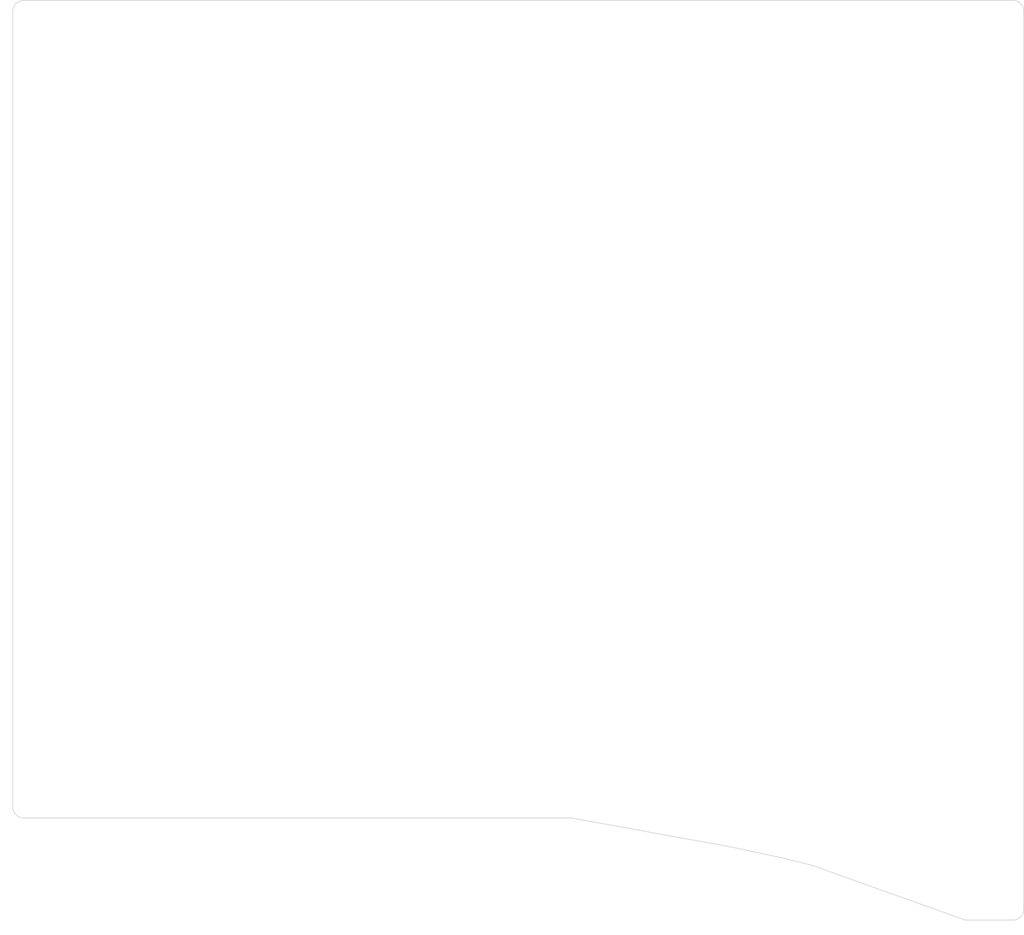
<source format=kicad_pcb>
(kicad_pcb (version 20211014) (generator pcbnew)

  (general
    (thickness 1.6)
  )

  (paper "A4")
  (layers
    (0 "F.Cu" signal)
    (31 "B.Cu" signal)
    (32 "B.Adhes" user "B.Adhesive")
    (33 "F.Adhes" user "F.Adhesive")
    (34 "B.Paste" user)
    (35 "F.Paste" user)
    (36 "B.SilkS" user "B.Silkscreen")
    (37 "F.SilkS" user "F.Silkscreen")
    (38 "B.Mask" user)
    (39 "F.Mask" user)
    (40 "Dwgs.User" user "User.Drawings")
    (41 "Cmts.User" user "User.Comments")
    (42 "Eco1.User" user "User.Eco1")
    (43 "Eco2.User" user "User.Eco2")
    (44 "Edge.Cuts" user)
    (45 "Margin" user)
    (46 "B.CrtYd" user "B.Courtyard")
    (47 "F.CrtYd" user "F.Courtyard")
    (48 "B.Fab" user)
    (49 "F.Fab" user)
    (50 "User.1" user)
    (51 "User.2" user)
    (52 "User.3" user)
    (53 "User.4" user)
    (54 "User.5" user)
    (55 "User.6" user)
    (56 "User.7" user)
    (57 "User.8" user)
    (58 "User.9" user)
  )

  (setup
    (pad_to_mask_clearance 0)
    (pcbplotparams
      (layerselection 0x00010fc_ffffffff)
      (disableapertmacros false)
      (usegerberextensions false)
      (usegerberattributes true)
      (usegerberadvancedattributes true)
      (creategerberjobfile true)
      (svguseinch false)
      (svgprecision 6)
      (excludeedgelayer true)
      (plotframeref false)
      (viasonmask false)
      (mode 1)
      (useauxorigin false)
      (hpglpennumber 1)
      (hpglpenspeed 20)
      (hpglpendiameter 15.000000)
      (dxfpolygonmode true)
      (dxfimperialunits true)
      (dxfusepcbnewfont true)
      (psnegative false)
      (psa4output false)
      (plotreference true)
      (plotvalue true)
      (plotinvisibletext false)
      (sketchpadsonfab false)
      (subtractmaskfromsilk false)
      (outputformat 1)
      (mirror false)
      (drillshape 1)
      (scaleselection 1)
      (outputdirectory "")
    )
  )

  (net 0 "")

  (gr_line (start 18 56.0996) (end 31.84934 56.0996) (layer "Dwgs.User") (width 0.2) (tstamp 00ead0db-c537-4261-8417-54cdc1b5fc74))
  (gr_line (start 18 108.0486) (end 18 94.1996) (layer "Dwgs.User") (width 0.2) (tstamp 02a6eae7-1122-4ceb-8cb6-bb71d9a0a4ef))
  (gr_line (start 18 127.0987) (end 18 113.2494) (layer "Dwgs.User") (width 0.2) (tstamp 047834cd-6c43-4779-9328-e12b9f2c00e1))
  (gr_line (start 128.93214 123.881) (end 130.46214 119.6807) (layer "Dwgs.User") (width 0.2) (tstamp 0627582c-e4a8-4505-95af-13c3af84e010))
  (gr_line (start 113.25014 88.9986) (end 113.25014 75.1496) (layer "Dwgs.User") (width 0.2) (tstamp 068f8e8e-febf-4b57-bc0c-3dc0132dacc9))
  (gr_line (start 145.12814 124.7753) (end 132.11414 120.0376) (layer "Dwgs.User") (width 0.2) (tstamp 06c30002-50fa-40bf-b9a3-e1787328137d))
  (gr_line (start 120.43414 125.5236) (end 121.20814 125.8061) (layer "Dwgs.User") (width 0.2) (tstamp 06f9726a-301d-4331-9aaf-45f82ca71d71))
  (gr_line (start 18 75.1496) (end 31.84934 75.1496) (layer "Dwgs.User") (width 0.2) (tstamp 0a438c9c-4cb0-46fa-af8e-96f7d5035828))
  (gr_line (start 75.15014 69.9486) (end 75.15014 56.0996) (layer "Dwgs.User") (width 0.2) (tstamp 0aa69a0e-c763-48b0-8976-dc23a9b14e4c))
  (gr_line (start 75.15014 37.05) (end 88.99914 37.05) (layer "Dwgs.User") (width 0.2) (tstamp 0b45483f-9d54-43c4-972e-5d9b5e9bb90f))
  (gr_line (start 113.25014 18) (end 127.09914 18) (layer "Dwgs.User") (width 0.2) (tstamp 0cd2729a-d3d9-49eb-ac94-4bbb07803046))
  (gr_line (start 15.325225 144.456465) (end 14.82514 144.456465) (layer "Dwgs.User") (width 0.15) (tstamp 0f9c7d97-a51d-426c-ae13-27fa575fd2bd))
  (gr_line (start 113.25014 69.9486) (end 113.25014 56.0996) (layer "Dwgs.User") (width 0.2) (tstamp 1060ce95-83ca-40c4-9217-56bf38471276))
  (gr_line (start 144.08914 137.57042) (end 143.77514 138.43444) (layer "Dwgs.User") (width 0.2) (tstamp 1091dd79-e1a5-4737-9d01-46234c63804e))
  (gr_line (start 50.89914 108.0486) (end 37.05004 108.0486) (layer "Dwgs.User") (width 0.2) (tstamp 116ed020-76b0-4f9d-bbf0-b083f66e7668))
  (gr_line (start 124.25914 117.4235) (end 122.11614 123.3146) (layer "Dwgs.User") (width 0.2) (tstamp 1257be26-7161-4238-9c06-af209138ec0f))
  (gr_line (start 14.82514 144.456465) (end 14.82514 142.868965) (layer "Dwgs.User") (width 0.15) (tstamp 136fba4a-5ea1-41d6-8087-dda6bd26df27))
  (gr_line (start 108.04914 88.9986) (end 94.20014 88.9986) (layer "Dwgs.User") (width 0.2) (tstamp 1929025b-cae4-4f63-9002-7ec0f23c9106))
  (gr_line (start 113.25014 56.0996) (end 127.09914 56.0996) (layer "Dwgs.User") (width 0.2) (tstamp 1f6fc386-639e-4729-8452-09d7fa8ebbc3))
  (gr_line (start 151.54014 126.3105) (end 148.58014 125.2328) (layer "Dwgs.User") (width 0.2) (tstamp 1f9a6823-526b-4908-b63d-67928f9e33ee))
  (gr_line (start 37.05004 18) (end 50.89914 18) (layer "Dwgs.User") (width 0.2) (tstamp 202f92ac-c13f-4253-8341-c1bb21101d29))
  (gr_line (start 56.10014 50.8986) (end 56.10014 37.05) (layer "Dwgs.User") (width 0.2) (tstamp 204970d7-8775-43a1-8813-3a398d745568))
  (gr_line (start 127.09914 94.1996) (end 127.09914 108.0486) (layer "Dwgs.User") (width 0.2) (tstamp 2164ee41-3d24-4aaa-af86-e68d2d2507dc))
  (gr_line (start 31.84934 69.9486) (end 18 69.9486) (layer "Dwgs.User") (width 0.2) (tstamp 2187652b-5b74-4cdd-b7ff-d8c69920c99c))
  (gr_line (start 88.99914 18) (end 88.99914 31.849) (layer "Dwgs.User") (width 0.2) (tstamp 21ae4912-43e0-41fb-b5bd-70246cb0b9d8))
  (gr_line (start 88.99914 69.9486) (end 75.15014 69.9486) (layer "Dwgs.User") (width 0.2) (tstamp 23559b56-b51e-4aee-bd35-7efe67bc2f32))
  (gr_line (start 69.94914 113.2494) (end 69.94914 127.0987) (layer "Dwgs.User") (width 0.2) (tstamp 24fb2bc9-85a4-4ce0-9ccc-b23ac31cd1c8))
  (gr_line (start 108.04914 18) (end 108.04914 31.849) (layer "Dwgs.User") (width 0.2) (tstamp 2659753f-85ee-4598-8f5d-21833848901e))
  (gr_line (start 18 31.849) (end 18 18) (layer "Dwgs.User") (width 0.2) (tstamp 2767c753-c1b6-4ae0-b4d1-f74b2927b3fc))
  (gr_line (start 94.20014 69.9486) (end 94.20014 56.0996) (layer "Dwgs.User") (width 0.2) (tstamp 286bbebd-0eeb-4929-aba8-54e3b1703187))
  (gr_line (start 127.09914 56.0996) (end 127.09914 69.9486) (layer "Dwgs.User") (width 0.2) (tstamp 28dfed89-ee24-4816-a5aa-b291e37c9b8c))
  (gr_line (start 127.09914 75.1496) (end 127.09914 88.9986) (layer "Dwgs.User") (width 0.2) (tstamp 298db26e-a920-421d-b6f5-8672d62fffa6))
  (gr_line (start 113.25014 50.8986) (end 113.25014 37.05) (layer "Dwgs.User") (width 0.2) (tstamp 2c7272db-e053-4964-a68c-a33813612d41))
  (gr_line (start 88.99914 56.0996) (end 88.99914 69.9486) (layer "Dwgs.User") (width 0.2) (tstamp 2cdbb202-6724-434a-9ca0-11f7c64725e1))
  (gr_line (start 122.11614 123.3146) (end 121.33914 123.0335) (layer "Dwgs.User") (width 0.2) (tstamp 2efe5913-a94d-4d41-8690-a565ed6cc1bb))
  (gr_line (start 145.09514 129.7638) (end 143.52114 129.1906) (layer "Dwgs.User") (width 0.2) (tstamp 2f578b65-934d-41aa-9afc-27c40f0c7402))
  (gr_line (start 75.15014 94.1996) (end 88.99914 94.1996) (layer "Dwgs.User") (width 0.2) (tstamp 2f740cf0-6430-4663-8554-e6871f451a57))
  (gr_line (start 94.20014 18) (end 108.04914 18) (layer "Dwgs.User") (width 0.2) (tstamp 3063d45c-acbd-4c20-9b7e-9e403f7ef359))
  (gr_line (start 127.09914 108.0486) (end 113.25014 108.0486) (layer "Dwgs.User") (width 0.2) (tstamp 31953a19-32f2-4d94-926b-1965b6f8dd12))
  (gr_line (start 88.99914 127.0987) (end 75.15014 127.0987) (layer "Dwgs.User") (width 0.2) (tstamp 3199d7a0-bdbb-41ff-b33a-546e0fad2275))
  (gr_line (start 149.77614 136.20341) (end 150.55114 136.4845) (layer "Dwgs.User") (width 0.2) (tstamp 3375cbc2-fba4-45ee-ad36-ea0c5b5d6c7f))
  (gr_line (start 56.10014 69.9486) (end 56.10014 56.0996) (layer "Dwgs.User") (width 0.2) (tstamp 366b7dbf-84ad-417d-b098-0913c9bedd17))
  (gr_line (start 134.5 31.849) (end 134.5 18) (layer "Dwgs.User") (width 0.2) (tstamp 393405e6-abdd-44f4-9b1c-d322649d0267))
  (gr_line (start 128.84114 119.0909) (end 129.17614 118.1704) (layer "Dwgs.User") (width 0.2) (tstamp 3a17e508-6054-4621-a505-0ad30f4385d6))
  (gr_line (start 31.84934 94.1996) (end 31.84934 108.0486) (layer "Dwgs.User") (width 0.2) (tstamp 3ad59123-1247-47b3-a0fa-0d5fe28d3cec))
  (gr_line (start 18 69.9486) (end 18 56.0996) (layer "Dwgs.User") (width 0.2) (tstamp 3b09ea1c-0375-4cdf-8a5c-b8586abaa872))
  (gr_line (start 121.20814 125.8061) (end 120.10314 128.8405) (layer "Dwgs.User") (width 0.2) (tstamp 3b3c2a62-170f-4357-86ce-53519b68603b))
  (gr_line (start 146.73514 139.51345) (end 147.04914 138.64805) (layer "Dwgs.User") (width 0.2) (tstamp 3d0eaae3-7ff3-4821-9bb7-9953fc4cf5ef))
  (gr_line (start 75.15014 56.0996) (end 88.99914 56.0996) (layer "Dwgs.User") (width 0.2) (tstamp 3d6f6410-cb97-45c4-8e9b-8682e220bbf8))
  (gr_line (start 120.10314 128.8405) (end 121.72514 129.4317) (layer "Dwgs.User") (width 0.2) (tstamp 3f3a1d69-1b61-4199-9d16-b162b49cf536))
  (gr_line (start 148.351 18) (end 148.351 31.849) (layer "Dwgs.User") (width 0.2) (tstamp 41b506ab-f4b8-4c70-a301-777207becaf8))
  (gr_line (start 75.15014 18) (end 88.99914 18) (layer "Dwgs.User") (width 0.2) (tstamp 451344a5-7b99-4423-911e-59392f3d7a4d))
  (gr_line (start 37.05004 75.1496) (end 50.89914 75.1496) (layer "Dwgs.User") (width 0.2) (tstamp 4585eff6-b81d-472c-a73b-dc2ba16ebc55))
  (gr_line (start 148.24514 126.1534) (end 146.62514 125.5636) (layer "Dwgs.User") (width 0.2) (tstamp 46854c12-0727-4e48-8e7f-e1e776300a78))
  (gr_line (start 37.05004 94.1996) (end 50.89914 94.1996) (layer "Dwgs.User") (width 0.2) (tstamp 4a845359-257e-48ab-a8d4-cbf8fbde54fc))
  (gr_line (start 108.04914 69.9486) (end 94.20014 69.9486) (layer "Dwgs.User") (width 0.2) (tstamp 4bad9ae8-5c35-498c-b5e0-1b81f1b01bec))
  (gr_line (start 99.34684 114.3753) (end 96.94234 128.0151) (layer "Dwgs.User") (width 0.2) (tstamp 4cdc5bb7-1b0a-457e-9c92-c201e1363f32))
  (gr_line (start 110.58214 130.4198) (end 112.98664 116.78) (layer "Dwgs.User") (width 0.2) (tstamp 4d6f8624-d652-4fb8-8ced-bbe2ea9085dd))
  (gr_line (start 31.84934 18) (end 31.84934 31.849) (layer "Dwgs.User") (width 0.2) (tstamp 4db2e9da-d077-41ea-b8e5-e90b2f8b9c76))
  (gr_line (start 128.98414 128.6366) (end 127.37714 133.0518) (layer "Dwgs.User") (width 0.2) (tstamp 4e647bdf-8ee8-42e9-be88-a245ec65d85f))
  (gr_line (start 69.94914 88.9986) (end 56.10014 88.9986) (layer "Dwgs.User") (width 0.2) (tstamp 4edb27e5-be57-4d56-8c69-a4726d2a599f))
  (gr_line (start 56.10014 127.0987) (end 56.10014 113.2494) (layer "Dwgs.User") (width 0.2) (tstamp 4efc09fc-bb18-40bd-a511-f3ed872df745))
  (gr_line (start 50.89914 88.9986) (end 37.05004 88.9986) (layer "Dwgs.User") (width 0.2) (tstamp 5094040d-8803-4888-bb72-cf4d8a84623b))
  (gr_line (start 18 94.1996) (end 31.84934 94.1996) (layer "Dwgs.User") (width 0.2) (tstamp 50b8102d-c004-4ef2-83ad-6ee5b3f5a37e))
  (gr_line (start 69.94914 69.9486) (end 56.10014 69.9486) (layer "Dwgs.User") (width 0.2) (tstamp 51a7a5a1-fe51-472e-ae1f-30d3392cba49))
  (gr_line (start 56.10014 108.0486) (end 56.10014 94.1996) (layer "Dwgs.User") (width 0.2) (tstamp 53634349-ca61-4612-b9e6-c9ec816ea4af))
  (gr_line (start 96.94234 128.0151) (end 110.58214 130.4198) (layer "Dwgs.User") (width 0.2) (tstamp 54298435-fbc3-453b-93e4-e59f4ac8c680))
  (gr_line (start 94.20014 56.0996) (end 108.04914 56.0996) (layer "Dwgs.User") (width 0.2) (tstamp 57b4502e-f709-4a94-a82f-bd0a65ccc567))
  (gr_line (start 132.11414 120.0376) (end 130.50714 124.4542) (layer "Dwgs.User") (width 0.2) (tstamp 57ff5765-33c2-47aa-b3d1-93f02c2b9112))
  (gr_line (start 56.10014 56.0996) (end 69.94914 56.0996) (layer "Dwgs.User") (width 0.2) (tstamp 5a68cb3a-bf98-4d3f-a9aa-cb6cf391d3df))
  (gr_line (start 113.25014 31.849) (end 113.25014 18) (layer "Dwgs.User") (width 0.2) (tstamp 5af98059-2152-4be5-9279-03111c5470fc))
  (gr_line (start 88.99914 108.0486) (end 75.15014 108.0486) (layer "Dwgs.User") (width 0.2) (tstamp 5b66aabc-5282-4a1e-a19f-19709a5f208e))
  (gr_line (start 124.37114 131.3734) (end 124.68514 130.5079) (layer "Dwgs.User") (width 0.2) (tstamp 5c91487c-ab53-42ef-87fa-9091965e8d28))
  (gr_line (start 130.50714 124.4542) (end 128.93214 123.881) (layer "Dwgs.User") (width 0.2) (tstamp 5dcccb6d-0246-4161-a2aa-62d297400f15))
  (gr_line (start 18 37.05) (end 31.84934 37.05) (layer "Dwgs.User") (width 0.2) (tstamp 603cad07-52b0-4580-9408-289dffa7fdfb))
  (gr_line (start 31.84934 127.0987) (end 18 127.0987) (layer "Dwgs.User") (width 0.2) (tstamp 632c1d13-7fa8-4a62-bbb1-631a02697a21))
  (gr_line (start 18 50.8986) (end 18 37.05) (layer "Dwgs.User") (width 0.2) (tstamp 635470a2-30fe-417c-b45b-0a3a2f6b1e69))
  (gr_line (start 151.20514 127.231) (end 151.54014 126.3105) (layer "Dwgs.User") (width 0.2) (tstamp 64dbf190-d295-452a-bbf5-8f3acb917bac))
  (gr_line (start 18 113.2494) (end 31.84934 113.2494) (layer "Dwgs.User") (width 0.2) (tstamp 6867027e-98a4-4ebc-8392-4a6bb793a4d5))
  (gr_line (start 37.05004 31.849) (end 37.05004 18) (layer "Dwgs.User") (width 0.2) (tstamp 68deebd3-9ff8-4129-a295-ec50a98e5a2d))
  (gr_line (start 50.89914 31.849) (end 37.05004 31.849) (layer "Dwgs.User") (width 0.2) (tstamp 6a1a4297-8c36-4fc7-b8ae-6b7f448f3e9a))
  (gr_line (start 142.46814 136.98061) (end 144.08914 137.57042) (layer "Dwgs.User") (width 0.2) (tstamp 6baf5e37-0904-4565-8786-05c274e80caa))
  (gr_line (start 31.84934 88.9986) (end 18 88.9986) (layer "Dwgs.User") (width 0.2) (tstamp 6bf942b7-007f-4c8d-9e14-77361a41e536))
  (gr_line (start 69.94914 94.1996) (end 69.94914 108.0486) (layer "Dwgs.User") (width 0.2) (tstamp 6ddfbda6-7b3c-4e43-9d72-aee1372cfe7b))
  (gr_line (start 75.15014 31.849) (end 75.15014 18) (layer "Dwgs.User") (width 0.2) (tstamp 701d4547-3290-4adc-adf0-20b571584e23))
  (gr_line (start 50.89914 127.0987) (end 37.05004 127.0987) (layer "Dwgs.User") (width 0.2) (tstamp 7055066e-9bdd-4058-852f-199568c61e11))
  (gr_line (start 88.99914 31.849) (end 75.15014 31.849) (layer "Dwgs.User") (width 0.2) (tstamp 70a5c0da-a52b-4624-9521-4d6d7ccde49d))
  (gr_line (start 69.94914 37.05) (end 69.94914 50.8986) (layer "Dwgs.User") (width 0.2) (tstamp 710533f0-18af-492a-892e-09c3c3e3cdaf))
  (gr_line (start 113.25014 108.0486) (end 113.25014 94.1996) (layer "Dwgs.User") (width 0.2) (tstamp 715fac4a-1976-47ee-8bb1-5b0f890feb97))
  (gr_line (start 127.09914 50.8986) (end 113.25014 50.8986) (layer "Dwgs.User") (width 0.2) (tstamp 72e99d3a-66d4-4b71-8a24-652fb77c6674))
  (gr_line (start 125.88114 118.0133) (end 124.25914 117.4235) (layer "Dwgs.User") (width 0.2) (tstamp 73b1f6c9-3ea0-4db7-80a3-35423f4f885b))
  (gr_line (start 56.10014 94.1996) (end 69.94914 94.1996) (layer "Dwgs.User") (width 0.2) (tstamp 7599ed7a-6631-45f5-9709-5bc5800f3e6d))
  (gr_line (start 124.68514 130.5079) (end 126.30514 131.0978) (layer "Dwgs.User") (width 0.2) (tstamp 7adc0c2f-cd92-45ca-905d-6c2f0c04240c))
  (gr_line (start 94.20014 37.05) (end 108.04914 37.05) (layer "Dwgs.User") (width 0.2) (tstamp 7d283a5f-a283-4442-b4d5-9f326f38d6f8))
  (gr_line (start 147.04914 138.64805) (end 148.67114 139.23645) (layer "Dwgs.User") (width 0.2) (tstamp 7d354cfb-ff1a-4185-8825-24e7876ab668))
  (gr_line (start 148.58014 125.2328) (end 148.24514 126.1534) (layer "Dwgs.User") (width 0.2) (tstamp 7da956fe-98c6-462f-ae50-f9cf52068981))
  (gr_line (start 69.94914 127.0987) (end 56.10014 127.0987) (layer "Dwgs.User") (width 0.2) (tstamp 7e9f1b6b-e444-4b08-86cf-87e5c0e08488))
  (gr_line (start 50.89914 56.0996) (end 50.89914 69.9486) (layer "Dwgs.User") (width 0.2) (tstamp 7ee98b4d-f764-4592-beda-f58a785a1673))
  (gr_line (start 56.10014 37.05) (end 69.94914 37.05) (layer "Dwgs.User") (width 0.2) (tstamp 7fe1df5f-bf4f-4334-8309-eac83e9448eb))
  (gr_line (start 127.09914 31.849) (end 113.25014 31.849) (layer "Dwgs.User") (width 0.2) (tstamp 836984e5-26b7-497e-acab-64ffef3b6905))
  (gr_line (start 31.84934 75.1496) (end 31.84934 88.9986) (layer "Dwgs.User") (width 0.2) (tstamp 8433f420-f3ff-41a1-84d9-80266424db50))
  (gr_line (start 50.89914 75.1496) (end 50.89914 88.9986) (layer "Dwgs.User") (width 0.2) (tstamp 85c5f860-fa86-454d-89be-a4f68d6d7af3))
  (gr_line (start 94.20014 94.1996) (end 108.04914 94.1996) (layer "Dwgs.User") (width 0.2) (tstamp 87eac3db-2152-470f-8e54-64f46e12c16f))
  (gr_line (start 50.89914 113.2494) (end 50.89914 127.0987) (layer "Dwgs.User") (width 0.2) (tstamp 89d2e2ff-2fff-4e36-a98a-9d08ca4d2dd8))
  (gr_line (start 108.04914 94.1996) (end 108.04914 108.0486) (layer "Dwgs.User") (width 0.2) (tstamp 8c7ed378-8667-4522-903d-f1bb9e17672a))
  (gr_line (start 56.10014 75.1496) (end 69.94914 75.1496) (layer "Dwgs.User") (width 0.2) (tstamp 8d363852-ee93-419e-8e82-f490bf72a214))
  (gr_line (start 75.15014 127.0987) (end 75.15014 113.2494) (layer "Dwgs.User") (width 0.2) (tstamp 8d9420c9-559f-4729-9026-67d24e2cb342))
  (gr_line (start 88.99914 94.1996) (end 88.99914 108.0486) (layer "Dwgs.User") (width 0.2) (tstamp 8f9cb3ff-783b-4c10-95a0-8a5b89fb5cd6))
  (gr_line (start 150.55114 136.4845) (end 151.45614 133.9944) (layer "Dwgs.User") (width 0.2) (tstamp 8ff147bf-fda1-4626-867f-f50631a7845c))
  (gr_line (start 127.41114 128.0633) (end 128.98414 128.6366) (layer "Dwgs.User") (width 0.2) (tstamp 903996c6-c995-4bb5-b1cc-fc0c6c4d5b6f))
  (gr_line (start 37.05004 113.2494) (end 50.89914 113.2494) (layer "Dwgs.User") (width 0.2) (tstamp 90fe0e0e-c88d-436d-afca-872be9a05442))
  (gr_line (start 113.25014 75.1496) (end 127.09914 75.1496) (layer "Dwgs.User") (width 0.2) (tstamp 974f5a0d-0744-475e-9a2f-954294a1d1cf))
  (gr_line (start 113.25014 94.1996) (end 127.09914 94.1996) (layer "Dwgs.User") (width 0.2) (tstamp 98eca88e-9617-4f91-a909-14aa05f8caa4))
  (gr_line (start 127.09914 37.05) (end 127.09914 50.8986) (layer "Dwgs.User") (width 0.2) (tstamp 9e32b2bf-ee57-4a10-b112-035a2630e2de))
  (gr_line (start 88.99914 37.05) (end 88.99914 50.8986) (layer "Dwgs.User") (width 0.2) (tstamp 9e92a2f5-f735-43c9-b3e2-782e6cbeac2c))
  (gr_line (start 69.94914 18) (end 69.94914 31.849) (layer "Dwgs.User") (width 0.2) (tstamp 9e93d5e6-6ee4-4570-8e5a-d36a0ea45f5b))
  (gr_line (start 113.25014 37.05) (end 127.09914 37.05) (layer "Dwgs.User") (width 0.2) (tstamp a023e099-c772-4cdf-a016-4ca3f216168f))
  (gr_line (start 126.30514 131.0978) (end 127.41114 128.0633) (layer "Dwgs.User") (width 0.2) (tstamp a136cd83-e587-4a50-85da-77e0cd94ae42))
  (gr_line (start 108.04914 50.8986) (end 94.20014 50.8986) (layer "Dwgs.User") (width 0.2) (tstamp a1f5bc2e-d8f9-485f-8b79-9efd107a1e35))
  (gr_line (start 31.84934 56.0996) (end 31.84934 69.9486) (layer "Dwgs.User") (width 0.2) (tstamp a39ffccc-4755-4c2a-8334-e0c080300edb))
  (gr_line (start 108.04914 56.0996) (end 108.04914 69.9486) (layer "Dwgs.User") (width 0.2) (tstamp a41ae85f-bcfe-47fd-b006-20bdb073190c))
  (gr_line (start 127.09914 69.9486) (end 113.25014 69.9486) (layer "Dwgs.User") (width 0.2) (tstamp a455b65f-bc5e-410f-b8ee-ee9a455c46de))
  (gr_line (start 151.45614 133.9944) (end 150.68114 133.7133) (layer "Dwgs.User") (width 0.2) (tstamp a59de21b-3571-4a33-be48-b8ab4bc0fdb0))
  (gr_line (start 18 88.9986) (end 18 75.1496) (layer "Dwgs.User") (width 0.2) (tstamp a6025977-e1b9-4fe9-a2c6-8c8e6779554e))
  (gr_line (start 69.94914 75.1496) (end 69.94914 88.9986) (layer "Dwgs.User") (width 0.2) (tstamp a74a2c3c-a5c8-4dbe-a1aa-92b1a46e893d))
  (gr_line (start 75.15014 50.8986) (end 75.15014 37.05) (layer "Dwgs.User") (width 0.2) (tstamp a7bbc39a-04ee-4137-832f-21e1da3afcb0))
  (gr_line (start 50.89914 50.8986) (end 37.05004 50.8986) (layer "Dwgs.User") (width 0.2) (tstamp a7fb7c9c-4adb-476d-aa39-97b529b7736a))
  (gr_line (start 94.20014 31.849) (end 94.20014 18) (layer "Dwgs.User") (width 0.2) (tstamp a81c58de-025b-45b2-802d-475cad563796))
  (gr_line (start 126.21614 117.0928) (end 125.88114 118.0133) (layer "Dwgs.User") (width 0.2) (tstamp a89d22d9-9d7a-4642-9c53-5c1d653ca39c))
  (gr_line (start 56.10014 31.849) (end 56.10014 18) (layer "Dwgs.User") (width 0.2) (tstamp a9ca8bac-a4fe-4391-90b0-3e6e3701fd9d))
  (gr_line (start 127.09914 88.9986) (end 113.25014 88.9986) (layer "Dwgs.User") (width 0.2) (tstamp a9ec0b3e-a8ca-47c0-bc06-7e873cc55a7c))
  (gr_line (start 112.98664 116.78) (end 99.34684 114.3753) (layer "Dwgs.User") (width 0.2) (tstamp aa395b6a-51f9-4ad1-8d75-4399fe0e607d))
  (gr_line (start 127.37714 133.0518) (end 140.39214 137.78953) (layer "Dwgs.User") (width 0.2) (tstamp abe98252-e7d3-4a71-aaed-e3e6f9275594))
  (gr_line (start 18 18) (end 31.84934 18) (layer "Dwgs.User") (width 0.2) (tstamp ae42c3b3-5f51-4c8c-ad91-6546241bedb5))
  (gr_line (start 130.46214 119.6807) (end 128.84114 119.0909) (layer "Dwgs.User") (width 0.2) (tstamp b07d01bd-39d8-4bff-a1e7-c2f3b292928f))
  (gr_line (start 75.15014 113.2494) (end 88.99914 113.2494) (layer "Dwgs.User") (width 0.2) (tstamp b0edeb29-9b4d-42cb-a123-e73baf7171c5))
  (gr_line (start 31.84934 37.05) (end 31.84934 50.8986) (layer "Dwgs.User") (width 0.2) (tstamp b25b0beb-f648-4008-8952-c0e299c59789))
  (gr_line (start 108.04914 75.1496) (end 108.04914 88.9986) (layer "Dwgs.User") (width 0.2) (tstamp b31b1e04-8d41-4b52-ba0c-4cd14ac5281a))
  (gr_line (start 69.94914 56.0996) (end 69.94914 69.9486) (layer "Dwgs.User") (width 0.2) (tstamp b6c8d2f8-3752-4aeb-8341-d1f701b1fd1e))
  (gr_line (start 37.05004 108.0486) (end 37.05004 94.1996) (layer "Dwgs.User") (width 0.2) (tstamp b6f05bc3-b419-4c7e-942d-9f119185c119))
  (gr_line (start 50.89914 94.1996) (end 50.89914 108.0486) (layer "Dwgs.User") (width 0.2) (tstamp b724e168-0789-4e11-991f-9a72dce91f93))
  (gr_line (start 94.20014 50.8986) (end 94.20014 37.05) (layer "Dwgs.User") (width 0.2) (tstamp b76de88c-94a9-4758-a726-dce8053d3f1d))
  (gr_line (start 75.15014 75.1496) (end 88.99914 75.1496) (layer "Dwgs.User") (width 0.2) (tstamp b8da6163-aa81-4639-9514-5d206b7bbfea))
  (gr_line (start 69.94914 31.849) (end 56.10014 31.849) (layer "Dwgs.User") (width 0.2) (tstamp bc8ef48e-e7d2-4563-b2a8-1d5b23179763))
  (gr_line (start 148.351 31.849) (end 134.5 31.849) (layer "Dwgs.User") (width 0.2) (tstamp bcd9fbb2-93f8-4051-a71d-6729d1e2211b))
  (gr_line (start 146.62514 125.5636) (end 145.09514 129.7638) (layer "Dwgs.User") (width 0.2) (tstamp bd6b919c-3c88-41e8-9d32-118a4ac89e04))
  (gr_line (start 152.82714 127.8208) (end 151.20514 127.231) (layer "Dwgs.User") (width 0.2) (tstamp be179d89-7e1f-47e5-8034-9de86b2f00f9))
  (gr_line (start 108.04914 31.849) (end 94.20014 31.849) (layer "Dwgs.User") (width 0.2) (tstamp bf764b68-e3bf-4620-9664-d15c1375ee2c))
  (gr_line (start 150.68114 133.7133) (end 152.82714 127.8208) (layer "Dwgs.User") (width 0.2) (tstamp bf833393-ea15-4501-80c4-0a9a38b11345))
  (gr_line (start 143.57414 133.9462) (end 142.46814 136.98061) (layer "Dwgs.User") (width 0.2) (tstamp c082a756-2422-41f0-be34-1cdb440c481a))
  (gr_line (start 50.89914 69.9486) (end 37.05004 69.9486) (layer "Dwgs.User") (width 0.2) (tstamp c698e667-c61f-426c-9e32-85962d03de29))
  (gr_line (start 148.67114 139.23645) (end 149.77614 136.20341) (layer "Dwgs.User") (width 0.2) (tstamp c8d2a781-e87d-4514-901e-65b3cd684b07))
  (gr_line (start 108.04914 37.05) (end 108.04914 50.8986) (layer "Dwgs.User") (width 0.2) (tstamp cba8fde1-0094-4658-bbf7-1569ce72bdca))
  (gr_line (start 37.05004 56.0996) (end 50.89914 56.0996) (layer "Dwgs.User") (width 0.2) (tstamp cf450e34-702f-463f-b71e-94a2e477bc9a))
  (gr_line (start 31.84934 108.0486) (end 18 108.0486) (layer "Dwgs.User") (width 0.2) (tstamp cf699372-5aef-4da1-bb94-005c8532da35))
  (gr_line (start 69.94914 50.8986) (end 56.10014 50.8986) (layer "Dwgs.User") (width 0.2) (tstamp cf9f1794-94d6-40c3-8a22-2365083ff2d0))
  (gr_line (start 31.84934 31.849) (end 18 31.849) (layer "Dwgs.User") (width 0.2) (tstamp d0ab7bb6-1174-454b-9e56-6af7f0377629))
  (gr_line (start 94.20014 75.1496) (end 108.04914 75.1496) (layer "Dwgs.User") (width 0.2) (tstamp d23e545a-fe06-4b7a-aca7-164fa7e11116))
  (gr_line (start 108.04914 108.0486) (end 94.20014 108.0486) (layer "Dwgs.User") (width 0.2) (tstamp d5a875da-c1ed-4cb3-96d7-85a05d34cf81))
  (gr_line (start 75.15014 108.0486) (end 75.15014 94.1996) (layer "Dwgs.User") (width 0.2) (tstamp d71fe298-f4db-42b0-bc81-875e5ea82f66))
  (gr_line (start 121.72514 129.4317) (end 121.41014 130.2944) (layer "Dwgs.User") (width 0.2) (tstamp d74ef8ea-2c57-4bcf-bbcd-6d9063867783))
  (gr_line (start 129.17614 118.1704) (end 126.21614 117.0928) (layer "Dwgs.User") (width 0.2) (tstamp d921be0e-6835-414f-a5d7-76a7d9026eac))
  (gr_line (start 88.99914 75.1496) (end 88.99914 88.9986) (layer "Dwgs.User") (width 0.2) (tstamp dc2ddff9-bc1d-41b0-bb5f-02a87da78031))
  (gr_line (start 88.99914 88.9986) (end 75.15014 88.9986) (layer "Dwgs.User") (width 0.2) (tstamp de5efb32-0c61-46c8-a0ee-0ee5a02668c8))
  (gr_line (start 127.09914 18) (end 127.09914 31.849) (layer "Dwgs.User") (width 0.2) (tstamp dffbcd40-32f1-4530-b175-d5df7f246349))
  (gr_line (start 50.89914 18) (end 50.89914 31.849) (layer "Dwgs.User") (width 0.2) (tstamp e06135fe-0380-4035-9003-aada51a6205d))
  (gr_line (start 134.5 18) (end 148.351 18) (layer "Dwgs.User") (width 0.2) (tstamp e110f9f2-5d18-46b5-a43d-09abe8241ec2))
  (gr_line (start 37.05004 127.0987) (end 37.05004 113.2494) (layer "Dwgs.User") (width 0.2) (tstamp e18d6482-9b5c-4d48-bc85-a7f014ccf695))
  (gr_line (start 37.05004 69.9486) (end 37.05004 56.0996) (layer "Dwgs.User") (width 0.2) (tstamp e22e41e1-759d-4040-8f3d-68b56596edd9))
  (gr_line (start 121.41014 130.2944) (end 124.37114 131.3734) (layer "Dwgs.User") (width 0.2) (tstamp e2ad2a09-b12b-4032-b63d-b298658aa4aa))
  (gr_line (start 75.15014 88.9986) (end 75.15014 75.1496) (layer "Dwgs.User") (width 0.2) (tstamp e377d84f-7849-4dab-ac35-a1682722991d))
  (gr_line (start 37.05004 37.05) (end 50.89914 37.05) (layer "Dwgs.User") (width 0.2) (tstamp e4c8ed0b-a787-45a0-8f9a-ff3e1373f3d2))
  (gr_line (start 121.33914 123.0335) (end 120.43414 125.5236) (layer "Dwgs.User") (width 0.2) (tstamp e7f0a3f9-e348-40bb-b3a5-8759729224b2))
  (gr_line (start 143.52114 129.1906) (end 145.12814 124.7753) (layer "Dwgs.User") (width 0.2) (tstamp e8378717-552e-482f-8e04-4992345f42cf))
  (gr_line (start 88.99914 50.8986) (end 75.15014 50.8986) (layer "Dwgs.User") (width 0.2) (tstamp e8446071-5252-4d92-bc1b-221a273cf368))
  (gr_line (start 56.10014 18) (end 69.94914 18) (layer "Dwgs.User") (width 0.2) (tstamp e96b4941-5a20-48a9-9c92-e52b8c31c182))
  (gr_line (start 56.10014 113.2494) (end 69.94914 113.2494) (layer "Dwgs.User") (width 0.2) (tstamp e9c78edd-8cbe-4208-9e65-dff41785a7a2))
  (gr_line (start 56.10014 88.9986) (end 56.10014 75.1496) (layer "Dwgs.User") (width 0.2) (tstamp ead3baf3-d25a-4f43-a522-982adc95201e))
  (gr_line (start 37.05004 50.8986) (end 37.05004 37.05) (layer "Dwgs.User") (width 0.2) (tstamp efb7e59d-4280-4f81-befa-8649896dbd09))
  (gr_line (start 37.05004 88.9986) (end 37.05004 75.1496) (layer "Dwgs.User") (width 0.2) (tstamp f134530e-b0b8-4b92-a512-8133c7af2566))
  (gr_line (start 31.84934 50.8986) (end 18 50.8986) (layer "Dwgs.User") (width 0.2) (tstamp f3743f20-4f32-48f3-a244-2e38e56d0dbe))
  (gr_line (start 50.89914 37.05) (end 50.89914 50.8986) (layer "Dwgs.User") (width 0.2) (tstamp f53aa12b-4a33-4790-ac41-fc6b2955560a))
  (gr_line (start 141.99914 133.3729) (end 143.57414 133.9462) (layer "Dwgs.User") (width 0.2) (tstamp f6a392e9-9329-4c81-a085-d7674e9c05cd))
  (gr_line (start 143.77514 138.43444) (end 146.73514 139.51345) (layer "Dwgs.User") (width 0.2) (tstamp f6b65aab-2ec3-42a9-b5c9-284f562306fe))
  (gr_line (start 88.99914 113.2494) (end 88.99914 127.0987) (layer "Dwgs.User") (width 0.2) (tstamp f94161d1-895f-46a5-abe7-6cdff767c953))
  (gr_line (start 94.20014 88.9986) (end 94.20014 75.1496) (layer "Dwgs.User") (width 0.2) (tstamp fc17b4c0-93ae-4920-877b-bda719da1504))
  (gr_line (start 140.39214 137.78953) (end 141.99914 133.3729) (layer "Dwgs.User") (width 0.2) (tstamp fc714cb2-7326-4acc-9437-be1f5e73db6c))
  (gr_line (start 94.20014 108.0486) (end 94.20014 94.1996) (layer "Dwgs.User") (width 0.2) (tstamp fce09260-89eb-45ac-8072-7bbf04145122))
  (gr_line (start 69.94914 108.0486) (end 56.10014 108.0486) (layer "Dwgs.User") (width 0.2) (tstamp fdcf58ee-08aa-4afd-8616-351c7718aaa5))
  (gr_line (start 31.84934 113.2494) (end 31.84934 127.0987) (layer "Dwgs.User") (width 0.2) (tstamp fec5e5e3-20fb-4dc1-854d-6921ea6475b7))
  (gr_line (start 155 64) (end 155 24.5) (layer "Edge.Cuts") (width 0.1) (tstamp 019916eb-3048-4601-a823-b214fa4a5dd8))
  (gr_line (start 18 128.5) (end 93 128.5) (layer "Edge.Cuts") (width 0.1) (tstamp 070be773-fffd-4cf6-b2ca-7634e14fec59))
  (gr_arc (start 16.5 18) (mid 16.93934 16.93934) (end 18 16.5) (layer "Edge.Cuts") (width 0.1) (tstamp 09b96090-7509-40ec-8614-bd2668c3d4c1))
  (gr_arc (start 153.5 16.5) (mid 154.56066 16.93934) (end 155 18) (layer "Edge.Cuts") (width 0.1) (tstamp 0e23694b-cfea-4d89-97fb-cc8867868ddd))
  (gr_line (start 152 16.5) (end 153.5 16.5) (layer "Edge.Cuts") (width 0.1) (tstamp 16a42655-5a69-409f-8369-cf00fefbbc70))
  (gr_line (start 93 128.5) (end 115 132.5) (layer "Edge.Cuts") (width 0.1) (tstamp 1cb666c5-550c-43aa-b3d6-797455cd2189))
  (gr_arc (start 18 128.5) (mid 16.93934 128.06066) (end 16.5 127) (layer "Edge.Cuts") (width 0.1) (tstamp 2220541b-0bd2-43aa-b93a-f9f87491041d))
  (gr_line (start 115 132.5) (end 122 134) (layer "Edge.Cuts") (width 0.1) (tstamp 3c6518aa-25f2-418c-ac31-721b43c9a041))
  (gr_line (start 151 16.5) (end 152 16.5) (layer "Edge.Cuts") (width 0.1) (tstamp 3fa2085f-d114-4a8e-bf1c-23f3fc7ef1db))
  (gr_line (start 126 135) (end 147 142.5) (layer "Edge.Cuts") (width 0.1) (tstamp 4c0d9eb4-c751-4cc5-a6dc-4b86da9e8c97))
  (gr_line (start 155 18) (end 155 24.5) (layer "Edge.Cuts") (width 0.1) (tstamp 4ee5fb6f-86b6-49f1-8e03-020bdc304b41))
  (gr_line (start 151 16.5) (end 18 16.5) (layer "Edge.Cuts") (width 0.1) (tstamp 59e01aea-5ecd-4eb6-b170-62fc720b9cc5))
  (gr_line (start 16.5 127) (end 16.5 99.5) (layer "Edge.Cuts") (width 0.1) (tstamp 6df3ed72-e7b4-4902-8cca-18818f9ab038))
  (gr_line (start 153.5 142.5) (end 147 142.5) (layer "Edge.Cuts") (width 0.1) (tstamp 6e69fec2-1f85-4934-9412-ac1e3deb59a8))
  (gr_line (start 122 134) (end 126 135) (layer "Edge.Cuts") (width 0.1) (tstamp 782de846-ba36-4b5b-94b7-324db3935e77))
  (gr_line (start 155 141) (end 155 64) (layer "Edge.Cuts") (width 0.1) (tstamp a42d5ac3-f45e-466b-91f4-1e4a37ea3681))
  (gr_line (start 16.5 18) (end 16.5 99.5) (layer "Edge.Cuts") (width 0.1) (tstamp c1040513-b5f1-4ad6-a451-9450136d9c7d))
  (gr_arc (start 155 141) (mid 154.56066 142.06066) (end 153.5 142.5) (layer "Edge.Cuts") (width 0.1) (tstamp d7389272-4656-407b-94a2-b658c3a84a73))

  (group "" (id 2fabae63-b51d-414c-85ae-2c82e20522f0)
    (members
      00ead0db-c537-4261-8417-54cdc1b5fc74
      02a6eae7-1122-4ceb-8cb6-bb71d9a0a4ef
      047834cd-6c43-4779-9328-e12b9f2c00e1
      0627582c-e4a8-4505-95af-13c3af84e010
      068f8e8e-febf-4b57-bc0c-3dc0132dacc9
      06c30002-50fa-40bf-b9a3-e1787328137d
      06f9726a-301d-4331-9aaf-45f82ca71d71
      0a438c9c-4cb0-46fa-af8e-96f7d5035828
      0aa69a0e-c763-48b0-8976-dc23a9b14e4c
      0b45483f-9d54-43c4-972e-5d9b5e9bb90f
      0cd2729a-d3d9-49eb-ac94-4bbb07803046
      1060ce95-83ca-40c4-9217-56bf38471276
      1091dd79-e1a5-4737-9d01-46234c63804e
      116ed020-76b0-4f9d-bbf0-b083f66e7668
      1257be26-7161-4238-9c06-af209138ec0f
      1929025b-cae4-4f63-9002-7ec0f23c9106
      1f6fc386-639e-4729-8452-09d7fa8ebbc3
      1f9a6823-526b-4908-b63d-67928f9e33ee
      202f92ac-c13f-4253-8341-c1bb21101d29
      204970d7-8775-43a1-8813-3a398d745568
      2164ee41-3d24-4aaa-af86-e68d2d2507dc
      2187652b-5b74-4cdd-b7ff-d8c69920c99c
      21ae4912-43e0-41fb-b5bd-70246cb0b9d8
      23559b56-b51e-4aee-bd35-7efe67bc2f32
      24fb2bc9-85a4-4ce0-9ccc-b23ac31cd1c8
      2659753f-85ee-4598-8f5d-21833848901e
      2767c753-c1b6-4ae0-b4d1-f74b2927b3fc
      286bbebd-0eeb-4929-aba8-54e3b1703187
      28dfed89-ee24-4816-a5aa-b291e37c9b8c
      298db26e-a920-421d-b6f5-8672d62fffa6
      2c7272db-e053-4964-a68c-a33813612d41
      2cdbb202-6724-434a-9ca0-11f7c64725e1
      2efe5913-a94d-4d41-8690-a565ed6cc1bb
      2f578b65-934d-41aa-9afc-27c40f0c7402
      2f740cf0-6430-4663-8554-e6871f451a57
      3063d45c-acbd-4c20-9b7e-9e403f7ef359
      31953a19-32f2-4d94-926b-1965b6f8dd12
      3199d7a0-bdbb-41ff-b33a-546e0fad2275
      3375cbc2-fba4-45ee-ad36-ea0c5b5d6c7f
      366b7dbf-84ad-417d-b098-0913c9bedd17
      393405e6-abdd-44f4-9b1c-d322649d0267
      3a17e508-6054-4621-a505-0ad30f4385d6
      3ad59123-1247-47b3-a0fa-0d5fe28d3cec
      3b09ea1c-0375-4cdf-8a5c-b8586abaa872
      3b3c2a62-170f-4357-86ce-53519b68603b
      3d0eaae3-7ff3-4821-9bb7-9953fc4cf5ef
      3d6f6410-cb97-45c4-8e9b-8682e220bbf8
      3f3a1d69-1b61-4199-9d16-b162b49cf536
      41b506ab-f4b8-4c70-a301-777207becaf8
      451344a5-7b99-4423-911e-59392f3d7a4d
      4585eff6-b81d-472c-a73b-dc2ba16ebc55
      46854c12-0727-4e48-8e7f-e1e776300a78
      4a845359-257e-48ab-a8d4-cbf8fbde54fc
      4bad9ae8-5c35-498c-b5e0-1b81f1b01bec
      4cdc5bb7-1b0a-457e-9c92-c201e1363f32
      4d6f8624-d652-4fb8-8ced-bbe2ea9085dd
      4db2e9da-d077-41ea-b8e5-e90b2f8b9c76
      4e647bdf-8ee8-42e9-be88-a245ec65d85f
      4edb27e5-be57-4d56-8c69-a4726d2a599f
      4efc09fc-bb18-40bd-a511-f3ed872df745
      5094040d-8803-4888-bb72-cf4d8a84623b
      50b8102d-c004-4ef2-83ad-6ee5b3f5a37e
      51a7a5a1-fe51-472e-ae1f-30d3392cba49
      53634349-ca61-4612-b9e6-c9ec816ea4af
      54298435-fbc3-453b-93e4-e59f4ac8c680
      57b4502e-f709-4a94-a82f-bd0a65ccc567
      57ff5765-33c2-47aa-b3d1-93f02c2b9112
      5a68cb3a-bf98-4d3f-a9aa-cb6cf391d3df
      5af98059-2152-4be5-9279-03111c5470fc
      5b66aabc-5282-4a1e-a19f-19709a5f208e
      5c91487c-ab53-42ef-87fa-9091965e8d28
      5dcccb6d-0246-4161-a2aa-62d297400f15
      603cad07-52b0-4580-9408-289dffa7fdfb
      632c1d13-7fa8-4a62-bbb1-631a02697a21
      635470a2-30fe-417c-b45b-0a3a2f6b1e69
      64dbf190-d295-452a-bbf5-8f3acb917bac
      6867027e-98a4-4ebc-8392-4a6bb793a4d5
      68deebd3-9ff8-4129-a295-ec50a98e5a2d
      6a1a4297-8c36-4fc7-b8ae-6b7f448f3e9a
      6baf5e37-0904-4565-8786-05c274e80caa
      6bf942b7-007f-4c8d-9e14-77361a41e536
      6ddfbda6-7b3c-4e43-9d72-aee1372cfe7b
      701d4547-3290-4adc-adf0-20b571584e23
      7055066e-9bdd-4058-852f-199568c61e11
      70a5c0da-a52b-4624-9521-4d6d7ccde49d
      710533f0-18af-492a-892e-09c3c3e3cdaf
      715fac4a-1976-47ee-8bb1-5b0f890feb97
      72e99d3a-66d4-4b71-8a24-652fb77c6674
      73b1f6c9-3ea0-4db7-80a3-35423f4f885b
      7599ed7a-6631-45f5-9709-5bc5800f3e6d
      7adc0c2f-cd92-45ca-905d-6c2f0c04240c
      7d283a5f-a283-4442-b4d5-9f326f38d6f8
      7d354cfb-ff1a-4185-8825-24e7876ab668
      7da956fe-98c6-462f-ae50-f9cf52068981
      7e9f1b6b-e444-4b08-86cf-87e5c0e08488
      7ee98b4d-f764-4592-beda-f58a785a1673
      7fe1df5f-bf4f-4334-8309-eac83e9448eb
      836984e5-26b7-497e-acab-64ffef3b6905
      8433f420-f3ff-41a1-84d9-80266424db50
      85c5f860-fa86-454d-89be-a4f68d6d7af3
      87eac3db-2152-470f-8e54-64f46e12c16f
      89d2e2ff-2fff-4e36-a98a-9d08ca4d2dd8
      8c7ed378-8667-4522-903d-f1bb9e17672a
      8d363852-ee93-419e-8e82-f490bf72a214
      8d9420c9-559f-4729-9026-67d24e2cb342
      8f9cb3ff-783b-4c10-95a0-8a5b89fb5cd6
      8ff147bf-fda1-4626-867f-f50631a7845c
      903996c6-c995-4bb5-b1cc-fc0c6c4d5b6f
      90fe0e0e-c88d-436d-afca-872be9a05442
      974f5a0d-0744-475e-9a2f-954294a1d1cf
      98eca88e-9617-4f91-a909-14aa05f8caa4
      9a124dcc-727c-4534-b706-6dba4507448e
      9e32b2bf-ee57-4a10-b112-035a2630e2de
      9e92a2f5-f735-43c9-b3e2-782e6cbeac2c
      9e93d5e6-6ee4-4570-8e5a-d36a0ea45f5b
      a023e099-c772-4cdf-a016-4ca3f216168f
      a136cd83-e587-4a50-85da-77e0cd94ae42
      a1f5bc2e-d8f9-485f-8b79-9efd107a1e35
      a39ffccc-4755-4c2a-8334-e0c080300edb
      a41ae85f-bcfe-47fd-b006-20bdb073190c
      a455b65f-bc5e-410f-b8ee-ee9a455c46de
      a59de21b-3571-4a33-be48-b8ab4bc0fdb0
      a6025977-e1b9-4fe9-a2c6-8c8e6779554e
      a74a2c3c-a5c8-4dbe-a1aa-92b1a46e893d
      a7bbc39a-04ee-4137-832f-21e1da3afcb0
      a7fb7c9c-4adb-476d-aa39-97b529b7736a
      a81c58de-025b-45b2-802d-475cad563796
      a89d22d9-9d7a-4642-9c53-5c1d653ca39c
      a9ca8bac-a4fe-4391-90b0-3e6e3701fd9d
      a9ec0b3e-a8ca-47c0-bc06-7e873cc55a7c
      aa395b6a-51f9-4ad1-8d75-4399fe0e607d
      abe98252-e7d3-4a71-aaed-e3e6f9275594
      ae42c3b3-5f51-4c8c-ad91-6546241bedb5
      b07d01bd-39d8-4bff-a1e7-c2f3b292928f
      b0edeb29-9b4d-42cb-a123-e73baf7171c5
      b25b0beb-f648-4008-8952-c0e299c59789
      b31b1e04-8d41-4b52-ba0c-4cd14ac5281a
      b6c8d2f8-3752-4aeb-8341-d1f701b1fd1e
      b6f05bc3-b419-4c7e-942d-9f119185c119
      b724e168-0789-4e11-991f-9a72dce91f93
      b76de88c-94a9-4758-a726-dce8053d3f1d
      b8da6163-aa81-4639-9514-5d206b7bbfea
      bc8ef48e-e7d2-4563-b2a8-1d5b23179763
      bcd9fbb2-93f8-4051-a71d-6729d1e2211b
      bd6b919c-3c88-41e8-9d32-118a4ac89e04
      be179d89-7e1f-47e5-8034-9de86b2f00f9
      bf764b68-e3bf-4620-9664-d15c1375ee2c
      bf833393-ea15-4501-80c4-0a9a38b11345
      c082a756-2422-41f0-be34-1cdb440c481a
      c698e667-c61f-426c-9e32-85962d03de29
      c8d2a781-e87d-4514-901e-65b3cd684b07
      cba8fde1-0094-4658-bbf7-1569ce72bdca
      cf450e34-702f-463f-b71e-94a2e477bc9a
      cf699372-5aef-4da1-bb94-005c8532da35
      cf9f1794-94d6-40c3-8a22-2365083ff2d0
      d0ab7bb6-1174-454b-9e56-6af7f0377629
      d23e545a-fe06-4b7a-aca7-164fa7e11116
      d5a875da-c1ed-4cb3-96d7-85a05d34cf81
      d71fe298-f4db-42b0-bc81-875e5ea82f66
      d74ef8ea-2c57-4bcf-bbcd-6d9063867783
      d921be0e-6835-414f-a5d7-76a7d9026eac
      dc2ddff9-bc1d-41b0-bb5f-02a87da78031
      de5efb32-0c61-46c8-a0ee-0ee5a02668c8
      dffbcd40-32f1-4530-b175-d5df7f246349
      e06135fe-0380-4035-9003-aada51a6205d
      e110f9f2-5d18-46b5-a43d-09abe8241ec2
      e18d6482-9b5c-4d48-bc85-a7f014ccf695
      e22e41e1-759d-4040-8f3d-68b56596edd9
      e2ad2a09-b12b-4032-b63d-b298658aa4aa
      e377d84f-7849-4dab-ac35-a1682722991d
      e4c8ed0b-a787-45a0-8f9a-ff3e1373f3d2
      e7f0a3f9-e348-40bb-b3a5-8759729224b2
      e8378717-552e-482f-8e04-4992345f42cf
      e8446071-5252-4d92-bc1b-221a273cf368
      e96b4941-5a20-48a9-9c92-e52b8c31c182
      e9c78edd-8cbe-4208-9e65-dff41785a7a2
      ead3baf3-d25a-4f43-a522-982adc95201e
      efb7e59d-4280-4f81-befa-8649896dbd09
      f134530e-b0b8-4b92-a512-8133c7af2566
      f3743f20-4f32-48f3-a244-2e38e56d0dbe
      f53aa12b-4a33-4790-ac41-fc6b2955560a
      f6a392e9-9329-4c81-a085-d7674e9c05cd
      f6b65aab-2ec3-42a9-b5c9-284f562306fe
      f94161d1-895f-46a5-abe7-6cdff767c953
      fc17b4c0-93ae-4920-877b-bda719da1504
      fc714cb2-7326-4acc-9437-be1f5e73db6c
      fce09260-89eb-45ac-8072-7bbf04145122
      fdcf58ee-08aa-4afd-8616-351c7718aaa5
      fec5e5e3-20fb-4dc1-854d-6921ea6475b7
    )
  )
  (group "" (id d8e08855-8e64-49a0-bbe6-727271712482)
    (members
      393405e6-abdd-44f4-9b1c-d322649d0267
      41b506ab-f4b8-4c70-a301-777207becaf8
      bcd9fbb2-93f8-4051-a71d-6729d1e2211b
      e110f9f2-5d18-46b5-a43d-09abe8241ec2
    )
  )
)

</source>
